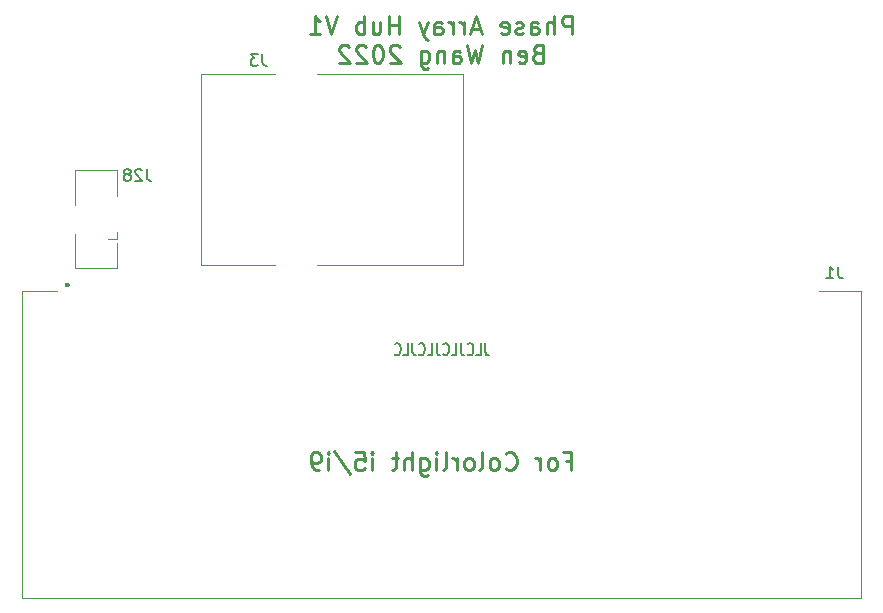
<source format=gbo>
%TF.GenerationSoftware,KiCad,Pcbnew,(6.0.9)*%
%TF.CreationDate,2022-11-25T11:26:23-05:00*%
%TF.ProjectId,hub,6875622e-6b69-4636-9164-5f7063625858,rev?*%
%TF.SameCoordinates,Original*%
%TF.FileFunction,Legend,Bot*%
%TF.FilePolarity,Positive*%
%FSLAX46Y46*%
G04 Gerber Fmt 4.6, Leading zero omitted, Abs format (unit mm)*
G04 Created by KiCad (PCBNEW (6.0.9)) date 2022-11-25 11:26:23*
%MOMM*%
%LPD*%
G01*
G04 APERTURE LIST*
%ADD10C,0.250000*%
%ADD11C,0.150000*%
%ADD12C,0.120000*%
%ADD13C,0.100000*%
%ADD14C,0.300000*%
G04 APERTURE END LIST*
D10*
X11035714Y34728928D02*
X11035714Y36228928D01*
X10464285Y36228928D01*
X10321428Y36157500D01*
X10250000Y36086071D01*
X10178571Y35943214D01*
X10178571Y35728928D01*
X10250000Y35586071D01*
X10321428Y35514642D01*
X10464285Y35443214D01*
X11035714Y35443214D01*
X9535714Y34728928D02*
X9535714Y36228928D01*
X8892857Y34728928D02*
X8892857Y35514642D01*
X8964285Y35657500D01*
X9107142Y35728928D01*
X9321428Y35728928D01*
X9464285Y35657500D01*
X9535714Y35586071D01*
X7535714Y34728928D02*
X7535714Y35514642D01*
X7607142Y35657500D01*
X7750000Y35728928D01*
X8035714Y35728928D01*
X8178571Y35657500D01*
X7535714Y34800357D02*
X7678571Y34728928D01*
X8035714Y34728928D01*
X8178571Y34800357D01*
X8250000Y34943214D01*
X8250000Y35086071D01*
X8178571Y35228928D01*
X8035714Y35300357D01*
X7678571Y35300357D01*
X7535714Y35371785D01*
X6892857Y34800357D02*
X6750000Y34728928D01*
X6464285Y34728928D01*
X6321428Y34800357D01*
X6250000Y34943214D01*
X6250000Y35014642D01*
X6321428Y35157500D01*
X6464285Y35228928D01*
X6678571Y35228928D01*
X6821428Y35300357D01*
X6892857Y35443214D01*
X6892857Y35514642D01*
X6821428Y35657500D01*
X6678571Y35728928D01*
X6464285Y35728928D01*
X6321428Y35657500D01*
X5035714Y34800357D02*
X5178571Y34728928D01*
X5464285Y34728928D01*
X5607142Y34800357D01*
X5678571Y34943214D01*
X5678571Y35514642D01*
X5607142Y35657500D01*
X5464285Y35728928D01*
X5178571Y35728928D01*
X5035714Y35657500D01*
X4964285Y35514642D01*
X4964285Y35371785D01*
X5678571Y35228928D01*
X3250000Y35157500D02*
X2535714Y35157500D01*
X3392857Y34728928D02*
X2892857Y36228928D01*
X2392857Y34728928D01*
X1892857Y34728928D02*
X1892857Y35728928D01*
X1892857Y35443214D02*
X1821428Y35586071D01*
X1750000Y35657500D01*
X1607142Y35728928D01*
X1464285Y35728928D01*
X964285Y34728928D02*
X964285Y35728928D01*
X964285Y35443214D02*
X892857Y35586071D01*
X821428Y35657500D01*
X678571Y35728928D01*
X535714Y35728928D01*
X-607142Y34728928D02*
X-607142Y35514642D01*
X-535714Y35657500D01*
X-392857Y35728928D01*
X-107142Y35728928D01*
X35714Y35657500D01*
X-607142Y34800357D02*
X-464285Y34728928D01*
X-107142Y34728928D01*
X35714Y34800357D01*
X107142Y34943214D01*
X107142Y35086071D01*
X35714Y35228928D01*
X-107142Y35300357D01*
X-464285Y35300357D01*
X-607142Y35371785D01*
X-1178571Y35728928D02*
X-1535714Y34728928D01*
X-1892857Y35728928D02*
X-1535714Y34728928D01*
X-1392857Y34371785D01*
X-1321428Y34300357D01*
X-1178571Y34228928D01*
X-3607142Y34728928D02*
X-3607142Y36228928D01*
X-3607142Y35514642D02*
X-4464285Y35514642D01*
X-4464285Y34728928D02*
X-4464285Y36228928D01*
X-5821428Y35728928D02*
X-5821428Y34728928D01*
X-5178571Y35728928D02*
X-5178571Y34943214D01*
X-5249999Y34800357D01*
X-5392857Y34728928D01*
X-5607142Y34728928D01*
X-5749999Y34800357D01*
X-5821428Y34871785D01*
X-6535714Y34728928D02*
X-6535714Y36228928D01*
X-6535714Y35657500D02*
X-6678571Y35728928D01*
X-6964285Y35728928D01*
X-7107142Y35657500D01*
X-7178571Y35586071D01*
X-7249999Y35443214D01*
X-7249999Y35014642D01*
X-7178571Y34871785D01*
X-7107142Y34800357D01*
X-6964285Y34728928D01*
X-6678571Y34728928D01*
X-6535714Y34800357D01*
X-8821428Y36228928D02*
X-9321428Y34728928D01*
X-9821428Y36228928D01*
X-11107142Y34728928D02*
X-10249999Y34728928D01*
X-10678571Y34728928D02*
X-10678571Y36228928D01*
X-10535714Y36014642D01*
X-10392857Y35871785D01*
X-10249999Y35800357D01*
X8107142Y33099642D02*
X7892857Y33028214D01*
X7821428Y32956785D01*
X7750000Y32813928D01*
X7750000Y32599642D01*
X7821428Y32456785D01*
X7892857Y32385357D01*
X8035714Y32313928D01*
X8607142Y32313928D01*
X8607142Y33813928D01*
X8107142Y33813928D01*
X7964285Y33742500D01*
X7892857Y33671071D01*
X7821428Y33528214D01*
X7821428Y33385357D01*
X7892857Y33242500D01*
X7964285Y33171071D01*
X8107142Y33099642D01*
X8607142Y33099642D01*
X6535714Y32385357D02*
X6678571Y32313928D01*
X6964285Y32313928D01*
X7107142Y32385357D01*
X7178571Y32528214D01*
X7178571Y33099642D01*
X7107142Y33242500D01*
X6964285Y33313928D01*
X6678571Y33313928D01*
X6535714Y33242500D01*
X6464285Y33099642D01*
X6464285Y32956785D01*
X7178571Y32813928D01*
X5821428Y33313928D02*
X5821428Y32313928D01*
X5821428Y33171071D02*
X5750000Y33242500D01*
X5607142Y33313928D01*
X5392857Y33313928D01*
X5250000Y33242500D01*
X5178571Y33099642D01*
X5178571Y32313928D01*
X3464285Y33813928D02*
X3107142Y32313928D01*
X2821428Y33385357D01*
X2535714Y32313928D01*
X2178571Y33813928D01*
X964285Y32313928D02*
X964285Y33099642D01*
X1035714Y33242500D01*
X1178571Y33313928D01*
X1464285Y33313928D01*
X1607142Y33242500D01*
X964285Y32385357D02*
X1107142Y32313928D01*
X1464285Y32313928D01*
X1607142Y32385357D01*
X1678571Y32528214D01*
X1678571Y32671071D01*
X1607142Y32813928D01*
X1464285Y32885357D01*
X1107142Y32885357D01*
X964285Y32956785D01*
X250000Y33313928D02*
X250000Y32313928D01*
X250000Y33171071D02*
X178571Y33242500D01*
X35714Y33313928D01*
X-178571Y33313928D01*
X-321428Y33242500D01*
X-392857Y33099642D01*
X-392857Y32313928D01*
X-1749999Y33313928D02*
X-1749999Y32099642D01*
X-1678571Y31956785D01*
X-1607142Y31885357D01*
X-1464285Y31813928D01*
X-1249999Y31813928D01*
X-1107142Y31885357D01*
X-1749999Y32385357D02*
X-1607142Y32313928D01*
X-1321428Y32313928D01*
X-1178571Y32385357D01*
X-1107142Y32456785D01*
X-1035714Y32599642D01*
X-1035714Y33028214D01*
X-1107142Y33171071D01*
X-1178571Y33242500D01*
X-1321428Y33313928D01*
X-1607142Y33313928D01*
X-1749999Y33242500D01*
X-3535714Y33671071D02*
X-3607142Y33742500D01*
X-3749999Y33813928D01*
X-4107142Y33813928D01*
X-4249999Y33742500D01*
X-4321428Y33671071D01*
X-4392857Y33528214D01*
X-4392857Y33385357D01*
X-4321428Y33171071D01*
X-3464285Y32313928D01*
X-4392857Y32313928D01*
X-5321428Y33813928D02*
X-5464285Y33813928D01*
X-5607142Y33742500D01*
X-5678571Y33671071D01*
X-5749999Y33528214D01*
X-5821428Y33242500D01*
X-5821428Y32885357D01*
X-5749999Y32599642D01*
X-5678571Y32456785D01*
X-5607142Y32385357D01*
X-5464285Y32313928D01*
X-5321428Y32313928D01*
X-5178571Y32385357D01*
X-5107142Y32456785D01*
X-5035714Y32599642D01*
X-4964285Y32885357D01*
X-4964285Y33242500D01*
X-5035714Y33528214D01*
X-5107142Y33671071D01*
X-5178571Y33742500D01*
X-5321428Y33813928D01*
X-6392857Y33671071D02*
X-6464285Y33742500D01*
X-6607142Y33813928D01*
X-6964285Y33813928D01*
X-7107142Y33742500D01*
X-7178571Y33671071D01*
X-7249999Y33528214D01*
X-7249999Y33385357D01*
X-7178571Y33171071D01*
X-6321428Y32313928D01*
X-7249999Y32313928D01*
X-7821428Y33671071D02*
X-7892857Y33742500D01*
X-8035714Y33813928D01*
X-8392857Y33813928D01*
X-8535714Y33742500D01*
X-8607142Y33671071D01*
X-8678571Y33528214D01*
X-8678571Y33385357D01*
X-8607142Y33171071D01*
X-7749999Y32313928D01*
X-8678571Y32313928D01*
D11*
X3695238Y8547619D02*
X3695238Y7833333D01*
X3733333Y7690476D01*
X3809523Y7595238D01*
X3923809Y7547619D01*
X4000000Y7547619D01*
X2933333Y7547619D02*
X3314285Y7547619D01*
X3314285Y8547619D01*
X2209523Y7642857D02*
X2247619Y7595238D01*
X2361904Y7547619D01*
X2438095Y7547619D01*
X2552380Y7595238D01*
X2628571Y7690476D01*
X2666666Y7785714D01*
X2704761Y7976190D01*
X2704761Y8119047D01*
X2666666Y8309523D01*
X2628571Y8404761D01*
X2552380Y8500000D01*
X2438095Y8547619D01*
X2361904Y8547619D01*
X2247619Y8500000D01*
X2209523Y8452380D01*
X1638095Y8547619D02*
X1638095Y7833333D01*
X1676190Y7690476D01*
X1752380Y7595238D01*
X1866666Y7547619D01*
X1942857Y7547619D01*
X876190Y7547619D02*
X1257142Y7547619D01*
X1257142Y8547619D01*
X152380Y7642857D02*
X190476Y7595238D01*
X304761Y7547619D01*
X380952Y7547619D01*
X495238Y7595238D01*
X571428Y7690476D01*
X609523Y7785714D01*
X647619Y7976190D01*
X647619Y8119047D01*
X609523Y8309523D01*
X571428Y8404761D01*
X495238Y8500000D01*
X380952Y8547619D01*
X304761Y8547619D01*
X190476Y8500000D01*
X152380Y8452380D01*
X-419047Y8547619D02*
X-419047Y7833333D01*
X-380952Y7690476D01*
X-304761Y7595238D01*
X-190476Y7547619D01*
X-114285Y7547619D01*
X-1180952Y7547619D02*
X-800000Y7547619D01*
X-800000Y8547619D01*
X-1904761Y7642857D02*
X-1866666Y7595238D01*
X-1752380Y7547619D01*
X-1676190Y7547619D01*
X-1561904Y7595238D01*
X-1485714Y7690476D01*
X-1447619Y7785714D01*
X-1409523Y7976190D01*
X-1409523Y8119047D01*
X-1447619Y8309523D01*
X-1485714Y8404761D01*
X-1561904Y8500000D01*
X-1676190Y8547619D01*
X-1752380Y8547619D01*
X-1866666Y8500000D01*
X-1904761Y8452380D01*
X-2476190Y8547619D02*
X-2476190Y7833333D01*
X-2438095Y7690476D01*
X-2361904Y7595238D01*
X-2247619Y7547619D01*
X-2171428Y7547619D01*
X-3238095Y7547619D02*
X-2857142Y7547619D01*
X-2857142Y8547619D01*
X-3961904Y7642857D02*
X-3923809Y7595238D01*
X-3809523Y7547619D01*
X-3733333Y7547619D01*
X-3619047Y7595238D01*
X-3542857Y7690476D01*
X-3504761Y7785714D01*
X-3466666Y7976190D01*
X-3466666Y8119047D01*
X-3504761Y8309523D01*
X-3542857Y8404761D01*
X-3619047Y8500000D01*
X-3733333Y8547619D01*
X-3809523Y8547619D01*
X-3923809Y8500000D01*
X-3961904Y8452380D01*
D10*
X10499999Y-1392857D02*
X10999999Y-1392857D01*
X10999999Y-2178571D02*
X10999999Y-678571D01*
X10285714Y-678571D01*
X9499999Y-2178571D02*
X9642857Y-2107142D01*
X9714285Y-2035714D01*
X9785714Y-1892857D01*
X9785714Y-1464285D01*
X9714285Y-1321428D01*
X9642857Y-1250000D01*
X9499999Y-1178571D01*
X9285714Y-1178571D01*
X9142857Y-1250000D01*
X9071428Y-1321428D01*
X8999999Y-1464285D01*
X8999999Y-1892857D01*
X9071428Y-2035714D01*
X9142857Y-2107142D01*
X9285714Y-2178571D01*
X9499999Y-2178571D01*
X8357142Y-2178571D02*
X8357142Y-1178571D01*
X8357142Y-1464285D02*
X8285714Y-1321428D01*
X8214285Y-1250000D01*
X8071428Y-1178571D01*
X7928571Y-1178571D01*
X5428571Y-2035714D02*
X5499999Y-2107142D01*
X5714285Y-2178571D01*
X5857142Y-2178571D01*
X6071428Y-2107142D01*
X6214285Y-1964285D01*
X6285714Y-1821428D01*
X6357142Y-1535714D01*
X6357142Y-1321428D01*
X6285714Y-1035714D01*
X6214285Y-892857D01*
X6071428Y-750000D01*
X5857142Y-678571D01*
X5714285Y-678571D01*
X5499999Y-750000D01*
X5428571Y-821428D01*
X4571428Y-2178571D02*
X4714285Y-2107142D01*
X4785714Y-2035714D01*
X4857142Y-1892857D01*
X4857142Y-1464285D01*
X4785714Y-1321428D01*
X4714285Y-1250000D01*
X4571428Y-1178571D01*
X4357142Y-1178571D01*
X4214285Y-1250000D01*
X4142857Y-1321428D01*
X4071428Y-1464285D01*
X4071428Y-1892857D01*
X4142857Y-2035714D01*
X4214285Y-2107142D01*
X4357142Y-2178571D01*
X4571428Y-2178571D01*
X3214285Y-2178571D02*
X3357142Y-2107142D01*
X3428571Y-1964285D01*
X3428571Y-678571D01*
X2428571Y-2178571D02*
X2571428Y-2107142D01*
X2642857Y-2035714D01*
X2714285Y-1892857D01*
X2714285Y-1464285D01*
X2642857Y-1321428D01*
X2571428Y-1250000D01*
X2428571Y-1178571D01*
X2214285Y-1178571D01*
X2071428Y-1250000D01*
X1999999Y-1321428D01*
X1928571Y-1464285D01*
X1928571Y-1892857D01*
X1999999Y-2035714D01*
X2071428Y-2107142D01*
X2214285Y-2178571D01*
X2428571Y-2178571D01*
X1285714Y-2178571D02*
X1285714Y-1178571D01*
X1285714Y-1464285D02*
X1214285Y-1321428D01*
X1142857Y-1250000D01*
X999999Y-1178571D01*
X857142Y-1178571D01*
X142857Y-2178571D02*
X285714Y-2107142D01*
X357142Y-1964285D01*
X357142Y-678571D01*
X-428571Y-2178571D02*
X-428571Y-1178571D01*
X-428571Y-678571D02*
X-357142Y-750000D01*
X-428571Y-821428D01*
X-500000Y-750000D01*
X-428571Y-678571D01*
X-428571Y-821428D01*
X-1785714Y-1178571D02*
X-1785714Y-2392857D01*
X-1714285Y-2535714D01*
X-1642857Y-2607142D01*
X-1500000Y-2678571D01*
X-1285714Y-2678571D01*
X-1142857Y-2607142D01*
X-1785714Y-2107142D02*
X-1642857Y-2178571D01*
X-1357142Y-2178571D01*
X-1214285Y-2107142D01*
X-1142857Y-2035714D01*
X-1071428Y-1892857D01*
X-1071428Y-1464285D01*
X-1142857Y-1321428D01*
X-1214285Y-1250000D01*
X-1357142Y-1178571D01*
X-1642857Y-1178571D01*
X-1785714Y-1250000D01*
X-2500000Y-2178571D02*
X-2500000Y-678571D01*
X-3142857Y-2178571D02*
X-3142857Y-1392857D01*
X-3071428Y-1250000D01*
X-2928571Y-1178571D01*
X-2714285Y-1178571D01*
X-2571428Y-1250000D01*
X-2500000Y-1321428D01*
X-3642857Y-1178571D02*
X-4214285Y-1178571D01*
X-3857142Y-678571D02*
X-3857142Y-1964285D01*
X-3928571Y-2107142D01*
X-4071428Y-2178571D01*
X-4214285Y-2178571D01*
X-5857142Y-2178571D02*
X-5857142Y-1178571D01*
X-5857142Y-678571D02*
X-5785714Y-750000D01*
X-5857142Y-821428D01*
X-5928571Y-750000D01*
X-5857142Y-678571D01*
X-5857142Y-821428D01*
X-7285714Y-678571D02*
X-6571428Y-678571D01*
X-6500000Y-1392857D01*
X-6571428Y-1321428D01*
X-6714285Y-1250000D01*
X-7071428Y-1250000D01*
X-7214285Y-1321428D01*
X-7285714Y-1392857D01*
X-7357142Y-1535714D01*
X-7357142Y-1892857D01*
X-7285714Y-2035714D01*
X-7214285Y-2107142D01*
X-7071428Y-2178571D01*
X-6714285Y-2178571D01*
X-6571428Y-2107142D01*
X-6500000Y-2035714D01*
X-9071428Y-607142D02*
X-7785714Y-2535714D01*
X-9571428Y-2178571D02*
X-9571428Y-1178571D01*
X-9571428Y-678571D02*
X-9500000Y-750000D01*
X-9571428Y-821428D01*
X-9642857Y-750000D01*
X-9571428Y-678571D01*
X-9571428Y-821428D01*
X-10357142Y-2178571D02*
X-10642857Y-2178571D01*
X-10785714Y-2107142D01*
X-10857142Y-2035714D01*
X-11000000Y-1821428D01*
X-11071428Y-1535714D01*
X-11071428Y-964285D01*
X-11000000Y-821428D01*
X-10928571Y-750000D01*
X-10785714Y-678571D01*
X-10500000Y-678571D01*
X-10357142Y-750000D01*
X-10285714Y-821428D01*
X-10214285Y-964285D01*
X-10214285Y-1321428D01*
X-10285714Y-1464285D01*
X-10357142Y-1535714D01*
X-10500000Y-1607142D01*
X-10785714Y-1607142D01*
X-10928571Y-1535714D01*
X-11000000Y-1464285D01*
X-11071428Y-1321428D01*
D11*
%TO.C,J3*%
X-15166666Y33047619D02*
X-15166666Y32333333D01*
X-15119047Y32190476D01*
X-15023809Y32095238D01*
X-14880952Y32047619D01*
X-14785714Y32047619D01*
X-15547619Y33047619D02*
X-16166666Y33047619D01*
X-15833333Y32666666D01*
X-15976190Y32666666D01*
X-16071428Y32619047D01*
X-16119047Y32571428D01*
X-16166666Y32476190D01*
X-16166666Y32238095D01*
X-16119047Y32142857D01*
X-16071428Y32095238D01*
X-15976190Y32047619D01*
X-15690476Y32047619D01*
X-15595238Y32095238D01*
X-15547619Y32142857D01*
%TO.C,J1*%
X33583333Y15047619D02*
X33583333Y14333333D01*
X33630952Y14190476D01*
X33726190Y14095238D01*
X33869047Y14047619D01*
X33964285Y14047619D01*
X32583333Y14047619D02*
X33154761Y14047619D01*
X32869047Y14047619D02*
X32869047Y15047619D01*
X32964285Y14904761D01*
X33059523Y14809523D01*
X33154761Y14761904D01*
%TO.C,J28*%
X-24940476Y23297619D02*
X-24940476Y22583333D01*
X-24892857Y22440476D01*
X-24797619Y22345238D01*
X-24654761Y22297619D01*
X-24559523Y22297619D01*
X-25369047Y23202380D02*
X-25416666Y23250000D01*
X-25511904Y23297619D01*
X-25750000Y23297619D01*
X-25845238Y23250000D01*
X-25892857Y23202380D01*
X-25940476Y23107142D01*
X-25940476Y23011904D01*
X-25892857Y22869047D01*
X-25321428Y22297619D01*
X-25940476Y22297619D01*
X-26511904Y22869047D02*
X-26416666Y22916666D01*
X-26369047Y22964285D01*
X-26321428Y23059523D01*
X-26321428Y23107142D01*
X-26369047Y23202380D01*
X-26416666Y23250000D01*
X-26511904Y23297619D01*
X-26702380Y23297619D01*
X-26797619Y23250000D01*
X-26845238Y23202380D01*
X-26892857Y23107142D01*
X-26892857Y23059523D01*
X-26845238Y22964285D01*
X-26797619Y22916666D01*
X-26702380Y22869047D01*
X-26511904Y22869047D01*
X-26416666Y22821428D01*
X-26369047Y22773809D01*
X-26321428Y22678571D01*
X-26321428Y22488095D01*
X-26369047Y22392857D01*
X-26416666Y22345238D01*
X-26511904Y22297619D01*
X-26702380Y22297619D01*
X-26797619Y22345238D01*
X-26845238Y22392857D01*
X-26892857Y22488095D01*
X-26892857Y22678571D01*
X-26845238Y22773809D01*
X-26797619Y22821428D01*
X-26702380Y22869047D01*
D12*
%TO.C,J3*%
X-14060000Y15175000D02*
X-20340000Y15175000D01*
X1840000Y15175000D02*
X-10560000Y15175000D01*
X-14060000Y31325000D02*
X-20340000Y31325000D01*
X1840000Y31325000D02*
X-10560000Y31325000D01*
X1840000Y15175000D02*
X1840000Y31325000D01*
X-20340000Y31325000D02*
X-20340000Y15175000D01*
D13*
%TO.C,J1*%
X-32550000Y13000000D02*
X-35550000Y13000000D01*
X35550000Y-13000000D02*
X35550000Y13000000D01*
X-35550000Y13000000D02*
X-35550000Y-13000000D01*
X35550000Y13000000D02*
X32000000Y13000000D01*
D14*
X-31750000Y13500000D02*
X-31750000Y13500000D01*
X-31650000Y13500000D02*
X-31650000Y13500000D01*
D13*
X-35550000Y-13000000D02*
X35550000Y-13000000D01*
D14*
X-31750000Y13500000D02*
G75*
G03*
X-31650000Y13500000I50000J0D01*
G01*
X-31650000Y13500000D02*
G75*
G03*
X-31750000Y13500000I-50000J0D01*
G01*
D12*
%TO.C,J28*%
X-31050000Y23200000D02*
X-31050000Y20300000D01*
X-27500000Y17050000D02*
X-27500000Y14900000D01*
X-27500000Y17350000D02*
X-27500000Y17950000D01*
X-27500000Y23200000D02*
X-31050000Y23200000D01*
X-28250000Y17350000D02*
X-27500000Y17350000D01*
X-27500000Y21050000D02*
X-27500000Y23200000D01*
X-31050000Y14900000D02*
X-31050000Y17800000D01*
X-27500000Y14900000D02*
X-31050000Y14900000D01*
%TD*%
M02*

</source>
